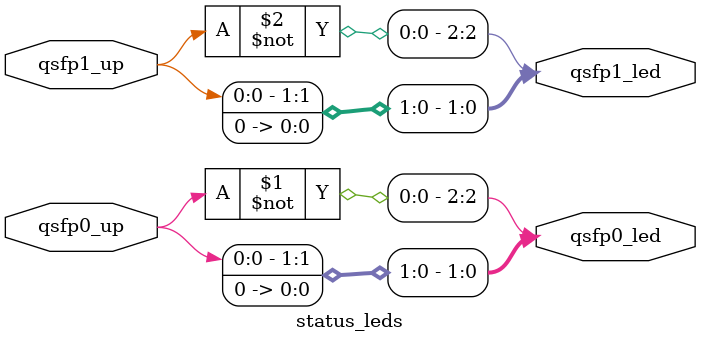
<source format=v>
module status_leds
(
    input qsfp0_up, qsfp1_up,

    output[2:0] qsfp0_led, qsfp1_led
);

assign qsfp0_led = {~qsfp0_up, qsfp0_up, 1'b0};
assign qsfp1_led = {~qsfp1_up, qsfp1_up, 1'b0};

endmodule
</source>
